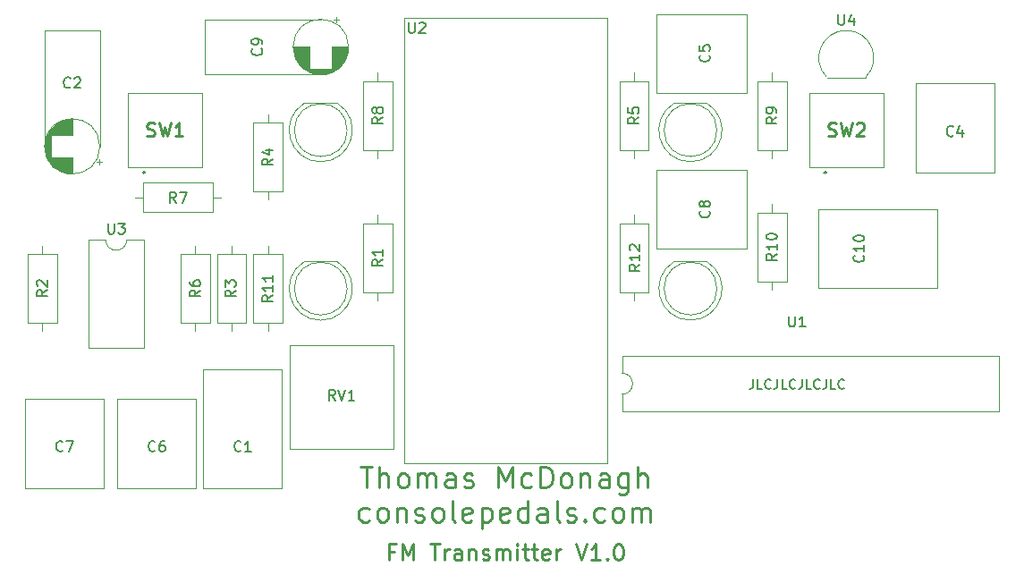
<source format=gbr>
G04 #@! TF.GenerationSoftware,KiCad,Pcbnew,(5.1.7)-1*
G04 #@! TF.CreationDate,2022-01-01T11:30:43-06:00*
G04 #@! TF.ProjectId,FmTransmitterCartridge,466d5472-616e-4736-9d69-747465724361,rev?*
G04 #@! TF.SameCoordinates,Original*
G04 #@! TF.FileFunction,Legend,Top*
G04 #@! TF.FilePolarity,Positive*
%FSLAX46Y46*%
G04 Gerber Fmt 4.6, Leading zero omitted, Abs format (unit mm)*
G04 Created by KiCad (PCBNEW (5.1.7)-1) date 2022-01-01 11:30:43*
%MOMM*%
%LPD*%
G01*
G04 APERTURE LIST*
%ADD10C,0.150000*%
%ADD11C,0.250000*%
%ADD12C,0.120000*%
%ADD13C,0.100000*%
%ADD14C,0.200000*%
%ADD15C,0.254000*%
G04 APERTURE END LIST*
D10*
X156182857Y-104844142D02*
X156182857Y-105487000D01*
X156140000Y-105615571D01*
X156054285Y-105701285D01*
X155925714Y-105744142D01*
X155840000Y-105744142D01*
X157040000Y-105744142D02*
X156611428Y-105744142D01*
X156611428Y-104844142D01*
X157854285Y-105658428D02*
X157811428Y-105701285D01*
X157682857Y-105744142D01*
X157597142Y-105744142D01*
X157468571Y-105701285D01*
X157382857Y-105615571D01*
X157340000Y-105529857D01*
X157297142Y-105358428D01*
X157297142Y-105229857D01*
X157340000Y-105058428D01*
X157382857Y-104972714D01*
X157468571Y-104887000D01*
X157597142Y-104844142D01*
X157682857Y-104844142D01*
X157811428Y-104887000D01*
X157854285Y-104929857D01*
X158497142Y-104844142D02*
X158497142Y-105487000D01*
X158454285Y-105615571D01*
X158368571Y-105701285D01*
X158240000Y-105744142D01*
X158154285Y-105744142D01*
X159354285Y-105744142D02*
X158925714Y-105744142D01*
X158925714Y-104844142D01*
X160168571Y-105658428D02*
X160125714Y-105701285D01*
X159997142Y-105744142D01*
X159911428Y-105744142D01*
X159782857Y-105701285D01*
X159697142Y-105615571D01*
X159654285Y-105529857D01*
X159611428Y-105358428D01*
X159611428Y-105229857D01*
X159654285Y-105058428D01*
X159697142Y-104972714D01*
X159782857Y-104887000D01*
X159911428Y-104844142D01*
X159997142Y-104844142D01*
X160125714Y-104887000D01*
X160168571Y-104929857D01*
X160811428Y-104844142D02*
X160811428Y-105487000D01*
X160768571Y-105615571D01*
X160682857Y-105701285D01*
X160554285Y-105744142D01*
X160468571Y-105744142D01*
X161668571Y-105744142D02*
X161240000Y-105744142D01*
X161240000Y-104844142D01*
X162482857Y-105658428D02*
X162440000Y-105701285D01*
X162311428Y-105744142D01*
X162225714Y-105744142D01*
X162097142Y-105701285D01*
X162011428Y-105615571D01*
X161968571Y-105529857D01*
X161925714Y-105358428D01*
X161925714Y-105229857D01*
X161968571Y-105058428D01*
X162011428Y-104972714D01*
X162097142Y-104887000D01*
X162225714Y-104844142D01*
X162311428Y-104844142D01*
X162440000Y-104887000D01*
X162482857Y-104929857D01*
X163125714Y-104844142D02*
X163125714Y-105487000D01*
X163082857Y-105615571D01*
X162997142Y-105701285D01*
X162868571Y-105744142D01*
X162782857Y-105744142D01*
X163982857Y-105744142D02*
X163554285Y-105744142D01*
X163554285Y-104844142D01*
X164797142Y-105658428D02*
X164754285Y-105701285D01*
X164625714Y-105744142D01*
X164540000Y-105744142D01*
X164411428Y-105701285D01*
X164325714Y-105615571D01*
X164282857Y-105529857D01*
X164240000Y-105358428D01*
X164240000Y-105229857D01*
X164282857Y-105058428D01*
X164325714Y-104972714D01*
X164411428Y-104887000D01*
X164540000Y-104844142D01*
X164625714Y-104844142D01*
X164754285Y-104887000D01*
X164797142Y-104929857D01*
D11*
X122214285Y-121177857D02*
X121714285Y-121177857D01*
X121714285Y-121963571D02*
X121714285Y-120463571D01*
X122428571Y-120463571D01*
X123000000Y-121963571D02*
X123000000Y-120463571D01*
X123500000Y-121535000D01*
X124000000Y-120463571D01*
X124000000Y-121963571D01*
X125642857Y-120463571D02*
X126500000Y-120463571D01*
X126071428Y-121963571D02*
X126071428Y-120463571D01*
X127000000Y-121963571D02*
X127000000Y-120963571D01*
X127000000Y-121249285D02*
X127071428Y-121106428D01*
X127142857Y-121035000D01*
X127285714Y-120963571D01*
X127428571Y-120963571D01*
X128571428Y-121963571D02*
X128571428Y-121177857D01*
X128500000Y-121035000D01*
X128357142Y-120963571D01*
X128071428Y-120963571D01*
X127928571Y-121035000D01*
X128571428Y-121892142D02*
X128428571Y-121963571D01*
X128071428Y-121963571D01*
X127928571Y-121892142D01*
X127857142Y-121749285D01*
X127857142Y-121606428D01*
X127928571Y-121463571D01*
X128071428Y-121392142D01*
X128428571Y-121392142D01*
X128571428Y-121320714D01*
X129285714Y-120963571D02*
X129285714Y-121963571D01*
X129285714Y-121106428D02*
X129357142Y-121035000D01*
X129500000Y-120963571D01*
X129714285Y-120963571D01*
X129857142Y-121035000D01*
X129928571Y-121177857D01*
X129928571Y-121963571D01*
X130571428Y-121892142D02*
X130714285Y-121963571D01*
X131000000Y-121963571D01*
X131142857Y-121892142D01*
X131214285Y-121749285D01*
X131214285Y-121677857D01*
X131142857Y-121535000D01*
X131000000Y-121463571D01*
X130785714Y-121463571D01*
X130642857Y-121392142D01*
X130571428Y-121249285D01*
X130571428Y-121177857D01*
X130642857Y-121035000D01*
X130785714Y-120963571D01*
X131000000Y-120963571D01*
X131142857Y-121035000D01*
X131857142Y-121963571D02*
X131857142Y-120963571D01*
X131857142Y-121106428D02*
X131928571Y-121035000D01*
X132071428Y-120963571D01*
X132285714Y-120963571D01*
X132428571Y-121035000D01*
X132500000Y-121177857D01*
X132500000Y-121963571D01*
X132500000Y-121177857D02*
X132571428Y-121035000D01*
X132714285Y-120963571D01*
X132928571Y-120963571D01*
X133071428Y-121035000D01*
X133142857Y-121177857D01*
X133142857Y-121963571D01*
X133857142Y-121963571D02*
X133857142Y-120963571D01*
X133857142Y-120463571D02*
X133785714Y-120535000D01*
X133857142Y-120606428D01*
X133928571Y-120535000D01*
X133857142Y-120463571D01*
X133857142Y-120606428D01*
X134357142Y-120963571D02*
X134928571Y-120963571D01*
X134571428Y-120463571D02*
X134571428Y-121749285D01*
X134642857Y-121892142D01*
X134785714Y-121963571D01*
X134928571Y-121963571D01*
X135214285Y-120963571D02*
X135785714Y-120963571D01*
X135428571Y-120463571D02*
X135428571Y-121749285D01*
X135500000Y-121892142D01*
X135642857Y-121963571D01*
X135785714Y-121963571D01*
X136857142Y-121892142D02*
X136714285Y-121963571D01*
X136428571Y-121963571D01*
X136285714Y-121892142D01*
X136214285Y-121749285D01*
X136214285Y-121177857D01*
X136285714Y-121035000D01*
X136428571Y-120963571D01*
X136714285Y-120963571D01*
X136857142Y-121035000D01*
X136928571Y-121177857D01*
X136928571Y-121320714D01*
X136214285Y-121463571D01*
X137571428Y-121963571D02*
X137571428Y-120963571D01*
X137571428Y-121249285D02*
X137642857Y-121106428D01*
X137714285Y-121035000D01*
X137857142Y-120963571D01*
X138000000Y-120963571D01*
X139428571Y-120463571D02*
X139928571Y-121963571D01*
X140428571Y-120463571D01*
X141714285Y-121963571D02*
X140857142Y-121963571D01*
X141285714Y-121963571D02*
X141285714Y-120463571D01*
X141142857Y-120677857D01*
X141000000Y-120820714D01*
X140857142Y-120892142D01*
X142357142Y-121820714D02*
X142428571Y-121892142D01*
X142357142Y-121963571D01*
X142285714Y-121892142D01*
X142357142Y-121820714D01*
X142357142Y-121963571D01*
X143357142Y-120463571D02*
X143500000Y-120463571D01*
X143642857Y-120535000D01*
X143714285Y-120606428D01*
X143785714Y-120749285D01*
X143857142Y-121035000D01*
X143857142Y-121392142D01*
X143785714Y-121677857D01*
X143714285Y-121820714D01*
X143642857Y-121892142D01*
X143500000Y-121963571D01*
X143357142Y-121963571D01*
X143214285Y-121892142D01*
X143142857Y-121820714D01*
X143071428Y-121677857D01*
X143000000Y-121392142D01*
X143000000Y-121035000D01*
X143071428Y-120749285D01*
X143142857Y-120606428D01*
X143214285Y-120535000D01*
X143357142Y-120463571D01*
X119000714Y-113103761D02*
X120143571Y-113103761D01*
X119572142Y-115103761D02*
X119572142Y-113103761D01*
X120810238Y-115103761D02*
X120810238Y-113103761D01*
X121667380Y-115103761D02*
X121667380Y-114056142D01*
X121572142Y-113865666D01*
X121381666Y-113770428D01*
X121095952Y-113770428D01*
X120905476Y-113865666D01*
X120810238Y-113960904D01*
X122905476Y-115103761D02*
X122715000Y-115008523D01*
X122619761Y-114913285D01*
X122524523Y-114722809D01*
X122524523Y-114151380D01*
X122619761Y-113960904D01*
X122715000Y-113865666D01*
X122905476Y-113770428D01*
X123191190Y-113770428D01*
X123381666Y-113865666D01*
X123476904Y-113960904D01*
X123572142Y-114151380D01*
X123572142Y-114722809D01*
X123476904Y-114913285D01*
X123381666Y-115008523D01*
X123191190Y-115103761D01*
X122905476Y-115103761D01*
X124429285Y-115103761D02*
X124429285Y-113770428D01*
X124429285Y-113960904D02*
X124524523Y-113865666D01*
X124715000Y-113770428D01*
X125000714Y-113770428D01*
X125191190Y-113865666D01*
X125286428Y-114056142D01*
X125286428Y-115103761D01*
X125286428Y-114056142D02*
X125381666Y-113865666D01*
X125572142Y-113770428D01*
X125857857Y-113770428D01*
X126048333Y-113865666D01*
X126143571Y-114056142D01*
X126143571Y-115103761D01*
X127953095Y-115103761D02*
X127953095Y-114056142D01*
X127857857Y-113865666D01*
X127667380Y-113770428D01*
X127286428Y-113770428D01*
X127095952Y-113865666D01*
X127953095Y-115008523D02*
X127762619Y-115103761D01*
X127286428Y-115103761D01*
X127095952Y-115008523D01*
X127000714Y-114818047D01*
X127000714Y-114627571D01*
X127095952Y-114437095D01*
X127286428Y-114341857D01*
X127762619Y-114341857D01*
X127953095Y-114246619D01*
X128810238Y-115008523D02*
X129000714Y-115103761D01*
X129381666Y-115103761D01*
X129572142Y-115008523D01*
X129667380Y-114818047D01*
X129667380Y-114722809D01*
X129572142Y-114532333D01*
X129381666Y-114437095D01*
X129095952Y-114437095D01*
X128905476Y-114341857D01*
X128810238Y-114151380D01*
X128810238Y-114056142D01*
X128905476Y-113865666D01*
X129095952Y-113770428D01*
X129381666Y-113770428D01*
X129572142Y-113865666D01*
X132048333Y-115103761D02*
X132048333Y-113103761D01*
X132715000Y-114532333D01*
X133381666Y-113103761D01*
X133381666Y-115103761D01*
X135191190Y-115008523D02*
X135000714Y-115103761D01*
X134619761Y-115103761D01*
X134429285Y-115008523D01*
X134334047Y-114913285D01*
X134238809Y-114722809D01*
X134238809Y-114151380D01*
X134334047Y-113960904D01*
X134429285Y-113865666D01*
X134619761Y-113770428D01*
X135000714Y-113770428D01*
X135191190Y-113865666D01*
X136048333Y-115103761D02*
X136048333Y-113103761D01*
X136524523Y-113103761D01*
X136810238Y-113199000D01*
X137000714Y-113389476D01*
X137095952Y-113579952D01*
X137191190Y-113960904D01*
X137191190Y-114246619D01*
X137095952Y-114627571D01*
X137000714Y-114818047D01*
X136810238Y-115008523D01*
X136524523Y-115103761D01*
X136048333Y-115103761D01*
X138334047Y-115103761D02*
X138143571Y-115008523D01*
X138048333Y-114913285D01*
X137953095Y-114722809D01*
X137953095Y-114151380D01*
X138048333Y-113960904D01*
X138143571Y-113865666D01*
X138334047Y-113770428D01*
X138619761Y-113770428D01*
X138810238Y-113865666D01*
X138905476Y-113960904D01*
X139000714Y-114151380D01*
X139000714Y-114722809D01*
X138905476Y-114913285D01*
X138810238Y-115008523D01*
X138619761Y-115103761D01*
X138334047Y-115103761D01*
X139857857Y-113770428D02*
X139857857Y-115103761D01*
X139857857Y-113960904D02*
X139953095Y-113865666D01*
X140143571Y-113770428D01*
X140429285Y-113770428D01*
X140619761Y-113865666D01*
X140715000Y-114056142D01*
X140715000Y-115103761D01*
X142524523Y-115103761D02*
X142524523Y-114056142D01*
X142429285Y-113865666D01*
X142238809Y-113770428D01*
X141857857Y-113770428D01*
X141667380Y-113865666D01*
X142524523Y-115008523D02*
X142334047Y-115103761D01*
X141857857Y-115103761D01*
X141667380Y-115008523D01*
X141572142Y-114818047D01*
X141572142Y-114627571D01*
X141667380Y-114437095D01*
X141857857Y-114341857D01*
X142334047Y-114341857D01*
X142524523Y-114246619D01*
X144334047Y-113770428D02*
X144334047Y-115389476D01*
X144238809Y-115579952D01*
X144143571Y-115675190D01*
X143953095Y-115770428D01*
X143667380Y-115770428D01*
X143476904Y-115675190D01*
X144334047Y-115008523D02*
X144143571Y-115103761D01*
X143762619Y-115103761D01*
X143572142Y-115008523D01*
X143476904Y-114913285D01*
X143381666Y-114722809D01*
X143381666Y-114151380D01*
X143476904Y-113960904D01*
X143572142Y-113865666D01*
X143762619Y-113770428D01*
X144143571Y-113770428D01*
X144334047Y-113865666D01*
X145286428Y-115103761D02*
X145286428Y-113103761D01*
X146143571Y-115103761D02*
X146143571Y-114056142D01*
X146048333Y-113865666D01*
X145857857Y-113770428D01*
X145572142Y-113770428D01*
X145381666Y-113865666D01*
X145286428Y-113960904D01*
X119810238Y-118258523D02*
X119619761Y-118353761D01*
X119238809Y-118353761D01*
X119048333Y-118258523D01*
X118953095Y-118163285D01*
X118857857Y-117972809D01*
X118857857Y-117401380D01*
X118953095Y-117210904D01*
X119048333Y-117115666D01*
X119238809Y-117020428D01*
X119619761Y-117020428D01*
X119810238Y-117115666D01*
X120953095Y-118353761D02*
X120762619Y-118258523D01*
X120667380Y-118163285D01*
X120572142Y-117972809D01*
X120572142Y-117401380D01*
X120667380Y-117210904D01*
X120762619Y-117115666D01*
X120953095Y-117020428D01*
X121238809Y-117020428D01*
X121429285Y-117115666D01*
X121524523Y-117210904D01*
X121619761Y-117401380D01*
X121619761Y-117972809D01*
X121524523Y-118163285D01*
X121429285Y-118258523D01*
X121238809Y-118353761D01*
X120953095Y-118353761D01*
X122476904Y-117020428D02*
X122476904Y-118353761D01*
X122476904Y-117210904D02*
X122572142Y-117115666D01*
X122762619Y-117020428D01*
X123048333Y-117020428D01*
X123238809Y-117115666D01*
X123334047Y-117306142D01*
X123334047Y-118353761D01*
X124191190Y-118258523D02*
X124381666Y-118353761D01*
X124762619Y-118353761D01*
X124953095Y-118258523D01*
X125048333Y-118068047D01*
X125048333Y-117972809D01*
X124953095Y-117782333D01*
X124762619Y-117687095D01*
X124476904Y-117687095D01*
X124286428Y-117591857D01*
X124191190Y-117401380D01*
X124191190Y-117306142D01*
X124286428Y-117115666D01*
X124476904Y-117020428D01*
X124762619Y-117020428D01*
X124953095Y-117115666D01*
X126191190Y-118353761D02*
X126000714Y-118258523D01*
X125905476Y-118163285D01*
X125810238Y-117972809D01*
X125810238Y-117401380D01*
X125905476Y-117210904D01*
X126000714Y-117115666D01*
X126191190Y-117020428D01*
X126476904Y-117020428D01*
X126667380Y-117115666D01*
X126762619Y-117210904D01*
X126857857Y-117401380D01*
X126857857Y-117972809D01*
X126762619Y-118163285D01*
X126667380Y-118258523D01*
X126476904Y-118353761D01*
X126191190Y-118353761D01*
X128000714Y-118353761D02*
X127810238Y-118258523D01*
X127715000Y-118068047D01*
X127715000Y-116353761D01*
X129524523Y-118258523D02*
X129334047Y-118353761D01*
X128953095Y-118353761D01*
X128762619Y-118258523D01*
X128667380Y-118068047D01*
X128667380Y-117306142D01*
X128762619Y-117115666D01*
X128953095Y-117020428D01*
X129334047Y-117020428D01*
X129524523Y-117115666D01*
X129619761Y-117306142D01*
X129619761Y-117496619D01*
X128667380Y-117687095D01*
X130476904Y-117020428D02*
X130476904Y-119020428D01*
X130476904Y-117115666D02*
X130667380Y-117020428D01*
X131048333Y-117020428D01*
X131238809Y-117115666D01*
X131334047Y-117210904D01*
X131429285Y-117401380D01*
X131429285Y-117972809D01*
X131334047Y-118163285D01*
X131238809Y-118258523D01*
X131048333Y-118353761D01*
X130667380Y-118353761D01*
X130476904Y-118258523D01*
X133048333Y-118258523D02*
X132857857Y-118353761D01*
X132476904Y-118353761D01*
X132286428Y-118258523D01*
X132191190Y-118068047D01*
X132191190Y-117306142D01*
X132286428Y-117115666D01*
X132476904Y-117020428D01*
X132857857Y-117020428D01*
X133048333Y-117115666D01*
X133143571Y-117306142D01*
X133143571Y-117496619D01*
X132191190Y-117687095D01*
X134857857Y-118353761D02*
X134857857Y-116353761D01*
X134857857Y-118258523D02*
X134667380Y-118353761D01*
X134286428Y-118353761D01*
X134095952Y-118258523D01*
X134000714Y-118163285D01*
X133905476Y-117972809D01*
X133905476Y-117401380D01*
X134000714Y-117210904D01*
X134095952Y-117115666D01*
X134286428Y-117020428D01*
X134667380Y-117020428D01*
X134857857Y-117115666D01*
X136667380Y-118353761D02*
X136667380Y-117306142D01*
X136572142Y-117115666D01*
X136381666Y-117020428D01*
X136000714Y-117020428D01*
X135810238Y-117115666D01*
X136667380Y-118258523D02*
X136476904Y-118353761D01*
X136000714Y-118353761D01*
X135810238Y-118258523D01*
X135715000Y-118068047D01*
X135715000Y-117877571D01*
X135810238Y-117687095D01*
X136000714Y-117591857D01*
X136476904Y-117591857D01*
X136667380Y-117496619D01*
X137905476Y-118353761D02*
X137715000Y-118258523D01*
X137619761Y-118068047D01*
X137619761Y-116353761D01*
X138572142Y-118258523D02*
X138762619Y-118353761D01*
X139143571Y-118353761D01*
X139334047Y-118258523D01*
X139429285Y-118068047D01*
X139429285Y-117972809D01*
X139334047Y-117782333D01*
X139143571Y-117687095D01*
X138857857Y-117687095D01*
X138667380Y-117591857D01*
X138572142Y-117401380D01*
X138572142Y-117306142D01*
X138667380Y-117115666D01*
X138857857Y-117020428D01*
X139143571Y-117020428D01*
X139334047Y-117115666D01*
X140286428Y-118163285D02*
X140381666Y-118258523D01*
X140286428Y-118353761D01*
X140191190Y-118258523D01*
X140286428Y-118163285D01*
X140286428Y-118353761D01*
X142095952Y-118258523D02*
X141905476Y-118353761D01*
X141524523Y-118353761D01*
X141334047Y-118258523D01*
X141238809Y-118163285D01*
X141143571Y-117972809D01*
X141143571Y-117401380D01*
X141238809Y-117210904D01*
X141334047Y-117115666D01*
X141524523Y-117020428D01*
X141905476Y-117020428D01*
X142095952Y-117115666D01*
X143238809Y-118353761D02*
X143048333Y-118258523D01*
X142953095Y-118163285D01*
X142857857Y-117972809D01*
X142857857Y-117401380D01*
X142953095Y-117210904D01*
X143048333Y-117115666D01*
X143238809Y-117020428D01*
X143524523Y-117020428D01*
X143715000Y-117115666D01*
X143810238Y-117210904D01*
X143905476Y-117401380D01*
X143905476Y-117972809D01*
X143810238Y-118163285D01*
X143715000Y-118258523D01*
X143524523Y-118353761D01*
X143238809Y-118353761D01*
X144762619Y-118353761D02*
X144762619Y-117020428D01*
X144762619Y-117210904D02*
X144857857Y-117115666D01*
X145048333Y-117020428D01*
X145334047Y-117020428D01*
X145524523Y-117115666D01*
X145619761Y-117306142D01*
X145619761Y-118353761D01*
X145619761Y-117306142D02*
X145715000Y-117115666D01*
X145905476Y-117020428D01*
X146191190Y-117020428D01*
X146381666Y-117115666D01*
X146476904Y-117306142D01*
X146476904Y-118353761D01*
D12*
G04 #@! TO.C,C8*
X155548000Y-85030000D02*
X155548000Y-92470000D01*
X147058000Y-85030000D02*
X147058000Y-92470000D01*
X155548000Y-85030000D02*
X147058000Y-85030000D01*
X155548000Y-92470000D02*
X147058000Y-92470000D01*
G04 #@! TO.C,R11*
X110250000Y-92226000D02*
X110250000Y-92996000D01*
X110250000Y-100306000D02*
X110250000Y-99536000D01*
X108880000Y-92996000D02*
X108880000Y-99536000D01*
X111620000Y-92996000D02*
X108880000Y-92996000D01*
X111620000Y-99536000D02*
X111620000Y-92996000D01*
X108880000Y-99536000D02*
X111620000Y-99536000D01*
G04 #@! TO.C,D4*
X116795000Y-93710000D02*
X113705000Y-93710000D01*
X117750000Y-96270000D02*
G75*
G03*
X117750000Y-96270000I-2500000J0D01*
G01*
X115249538Y-99260000D02*
G75*
G03*
X116794830Y-93710000I462J2990000D01*
G01*
X115250462Y-99260000D02*
G75*
G02*
X113705170Y-93710000I-462J2990000D01*
G01*
G04 #@! TO.C,D5*
X152750000Y-96270000D02*
G75*
G03*
X152750000Y-96270000I-2500000J0D01*
G01*
X151795000Y-93710000D02*
X148705000Y-93710000D01*
X150250462Y-99260000D02*
G75*
G02*
X148705170Y-93710000I-462J2990000D01*
G01*
X150249538Y-99260000D02*
G75*
G03*
X151794830Y-93710000I462J2990000D01*
G01*
G04 #@! TO.C,C4*
X179020000Y-85317000D02*
X171580000Y-85317000D01*
X179020000Y-76827000D02*
X171580000Y-76827000D01*
X179020000Y-85317000D02*
X179020000Y-76827000D01*
X171580000Y-85317000D02*
X171580000Y-76827000D01*
G04 #@! TO.C,C5*
X155548000Y-77721000D02*
X147058000Y-77721000D01*
X155548000Y-70281000D02*
X147058000Y-70281000D01*
X147058000Y-70281000D02*
X147058000Y-77721000D01*
X155548000Y-70281000D02*
X155548000Y-77721000D01*
G04 #@! TO.C,D1*
X117750000Y-81270000D02*
G75*
G03*
X117750000Y-81270000I-2500000J0D01*
G01*
X116795000Y-78710000D02*
X113705000Y-78710000D01*
X115250462Y-84260000D02*
G75*
G02*
X113705170Y-78710000I-462J2990000D01*
G01*
X115249538Y-84260000D02*
G75*
G03*
X116794830Y-78710000I462J2990000D01*
G01*
G04 #@! TO.C,D2*
X151795000Y-78710000D02*
X148705000Y-78710000D01*
X152750000Y-81270000D02*
G75*
G03*
X152750000Y-81270000I-2500000J0D01*
G01*
X150249538Y-84260000D02*
G75*
G03*
X151794830Y-78710000I462J2990000D01*
G01*
X150250462Y-84260000D02*
G75*
G02*
X148705170Y-78710000I-462J2990000D01*
G01*
G04 #@! TO.C,R4*
X108880000Y-87090000D02*
X111620000Y-87090000D01*
X111620000Y-87090000D02*
X111620000Y-80550000D01*
X111620000Y-80550000D02*
X108880000Y-80550000D01*
X108880000Y-80550000D02*
X108880000Y-87090000D01*
X110250000Y-87860000D02*
X110250000Y-87090000D01*
X110250000Y-79780000D02*
X110250000Y-80550000D01*
G04 #@! TO.C,R5*
X144907000Y-75843000D02*
X144907000Y-76613000D01*
X144907000Y-83923000D02*
X144907000Y-83153000D01*
X143537000Y-76613000D02*
X143537000Y-83153000D01*
X146277000Y-76613000D02*
X143537000Y-76613000D01*
X146277000Y-83153000D02*
X146277000Y-76613000D01*
X143537000Y-83153000D02*
X146277000Y-83153000D01*
G04 #@! TO.C,R12*
X144907000Y-97385000D02*
X144907000Y-96615000D01*
X144907000Y-89305000D02*
X144907000Y-90075000D01*
X146277000Y-96615000D02*
X146277000Y-90075000D01*
X143537000Y-96615000D02*
X146277000Y-96615000D01*
X143537000Y-90075000D02*
X143537000Y-96615000D01*
X146277000Y-90075000D02*
X143537000Y-90075000D01*
G04 #@! TO.C,C1*
X104143000Y-115162000D02*
X104143000Y-103872000D01*
X111583000Y-115162000D02*
X111583000Y-103872000D01*
X111583000Y-103872000D02*
X104143000Y-103872000D01*
X111583000Y-115162000D02*
X104143000Y-115162000D01*
D13*
G04 #@! TO.C,SW1*
X97000000Y-77770000D02*
X104000000Y-77770000D01*
X104000000Y-77770000D02*
X104000000Y-84770000D01*
X104000000Y-84770000D02*
X97000000Y-84770000D01*
X97000000Y-84770000D02*
X97000000Y-77770000D01*
D14*
X98400000Y-85270000D02*
X98400000Y-85270000D01*
X98600000Y-85270000D02*
X98600000Y-85270000D01*
X98400000Y-85270000D02*
G75*
G03*
X98600000Y-85270000I100000J0D01*
G01*
X98600000Y-85270000D02*
G75*
G03*
X98400000Y-85270000I-100000J0D01*
G01*
G04 #@! TO.C,SW2*
X163100000Y-85270000D02*
X163100000Y-85270000D01*
X162900000Y-85270000D02*
X162900000Y-85270000D01*
D13*
X161500000Y-84770000D02*
X161500000Y-77770000D01*
X168500000Y-84770000D02*
X161500000Y-84770000D01*
X168500000Y-77770000D02*
X168500000Y-84770000D01*
X161500000Y-77770000D02*
X168500000Y-77770000D01*
D14*
X163100000Y-85270000D02*
G75*
G03*
X162900000Y-85270000I-100000J0D01*
G01*
X162900000Y-85270000D02*
G75*
G03*
X163100000Y-85270000I100000J0D01*
G01*
D12*
G04 #@! TO.C,U1*
X143770000Y-102627000D02*
X143770000Y-104277000D01*
X179450000Y-102627000D02*
X143770000Y-102627000D01*
X179450000Y-107927000D02*
X179450000Y-102627000D01*
X143770000Y-107927000D02*
X179450000Y-107927000D01*
X143770000Y-106277000D02*
X143770000Y-107927000D01*
X143770000Y-104277000D02*
G75*
G02*
X143770000Y-106277000I0J-1000000D01*
G01*
G04 #@! TO.C,C2*
X94330000Y-71804000D02*
X89090000Y-71804000D01*
X94330000Y-82804000D02*
X94330000Y-71804000D01*
X89090000Y-82804000D02*
X89090000Y-71804000D01*
X94330000Y-82804000D02*
G75*
G03*
X94330000Y-82804000I-2620000J0D01*
G01*
X91710000Y-81764000D02*
X91710000Y-80224000D01*
X91710000Y-85384000D02*
X91710000Y-83844000D01*
X91670000Y-81764000D02*
X91670000Y-80224000D01*
X91670000Y-85384000D02*
X91670000Y-83844000D01*
X91630000Y-85383000D02*
X91630000Y-83844000D01*
X91630000Y-81764000D02*
X91630000Y-80225000D01*
X91590000Y-85382000D02*
X91590000Y-83844000D01*
X91590000Y-81764000D02*
X91590000Y-80226000D01*
X91550000Y-85380000D02*
X91550000Y-83844000D01*
X91550000Y-81764000D02*
X91550000Y-80228000D01*
X91510000Y-85377000D02*
X91510000Y-83844000D01*
X91510000Y-81764000D02*
X91510000Y-80231000D01*
X91470000Y-85373000D02*
X91470000Y-83844000D01*
X91470000Y-81764000D02*
X91470000Y-80235000D01*
X91430000Y-85369000D02*
X91430000Y-83844000D01*
X91430000Y-81764000D02*
X91430000Y-80239000D01*
X91390000Y-85365000D02*
X91390000Y-83844000D01*
X91390000Y-81764000D02*
X91390000Y-80243000D01*
X91350000Y-85360000D02*
X91350000Y-83844000D01*
X91350000Y-81764000D02*
X91350000Y-80248000D01*
X91310000Y-85354000D02*
X91310000Y-83844000D01*
X91310000Y-81764000D02*
X91310000Y-80254000D01*
X91270000Y-85347000D02*
X91270000Y-83844000D01*
X91270000Y-81764000D02*
X91270000Y-80261000D01*
X91230000Y-85340000D02*
X91230000Y-83844000D01*
X91230000Y-81764000D02*
X91230000Y-80268000D01*
X91190000Y-85332000D02*
X91190000Y-83844000D01*
X91190000Y-81764000D02*
X91190000Y-80276000D01*
X91150000Y-85324000D02*
X91150000Y-83844000D01*
X91150000Y-81764000D02*
X91150000Y-80284000D01*
X91110000Y-85315000D02*
X91110000Y-83844000D01*
X91110000Y-81764000D02*
X91110000Y-80293000D01*
X91070000Y-85305000D02*
X91070000Y-83844000D01*
X91070000Y-81764000D02*
X91070000Y-80303000D01*
X91030000Y-85295000D02*
X91030000Y-83844000D01*
X91030000Y-81764000D02*
X91030000Y-80313000D01*
X90989000Y-85284000D02*
X90989000Y-83844000D01*
X90989000Y-81764000D02*
X90989000Y-80324000D01*
X90949000Y-85272000D02*
X90949000Y-83844000D01*
X90949000Y-81764000D02*
X90949000Y-80336000D01*
X90909000Y-85259000D02*
X90909000Y-83844000D01*
X90909000Y-81764000D02*
X90909000Y-80349000D01*
X90869000Y-85246000D02*
X90869000Y-83844000D01*
X90869000Y-81764000D02*
X90869000Y-80362000D01*
X90829000Y-85232000D02*
X90829000Y-83844000D01*
X90829000Y-81764000D02*
X90829000Y-80376000D01*
X90789000Y-85218000D02*
X90789000Y-83844000D01*
X90789000Y-81764000D02*
X90789000Y-80390000D01*
X90749000Y-85202000D02*
X90749000Y-83844000D01*
X90749000Y-81764000D02*
X90749000Y-80406000D01*
X90709000Y-85186000D02*
X90709000Y-83844000D01*
X90709000Y-81764000D02*
X90709000Y-80422000D01*
X90669000Y-85169000D02*
X90669000Y-83844000D01*
X90669000Y-81764000D02*
X90669000Y-80439000D01*
X90629000Y-85152000D02*
X90629000Y-83844000D01*
X90629000Y-81764000D02*
X90629000Y-80456000D01*
X90589000Y-85133000D02*
X90589000Y-83844000D01*
X90589000Y-81764000D02*
X90589000Y-80475000D01*
X90549000Y-85114000D02*
X90549000Y-83844000D01*
X90549000Y-81764000D02*
X90549000Y-80494000D01*
X90509000Y-85094000D02*
X90509000Y-83844000D01*
X90509000Y-81764000D02*
X90509000Y-80514000D01*
X90469000Y-85072000D02*
X90469000Y-83844000D01*
X90469000Y-81764000D02*
X90469000Y-80536000D01*
X90429000Y-85051000D02*
X90429000Y-83844000D01*
X90429000Y-81764000D02*
X90429000Y-80557000D01*
X90389000Y-85028000D02*
X90389000Y-83844000D01*
X90389000Y-81764000D02*
X90389000Y-80580000D01*
X90349000Y-85004000D02*
X90349000Y-83844000D01*
X90349000Y-81764000D02*
X90349000Y-80604000D01*
X90309000Y-84979000D02*
X90309000Y-83844000D01*
X90309000Y-81764000D02*
X90309000Y-80629000D01*
X90269000Y-84953000D02*
X90269000Y-83844000D01*
X90269000Y-81764000D02*
X90269000Y-80655000D01*
X90229000Y-84926000D02*
X90229000Y-83844000D01*
X90229000Y-81764000D02*
X90229000Y-80682000D01*
X90189000Y-84899000D02*
X90189000Y-83844000D01*
X90189000Y-81764000D02*
X90189000Y-80709000D01*
X90149000Y-84869000D02*
X90149000Y-83844000D01*
X90149000Y-81764000D02*
X90149000Y-80739000D01*
X90109000Y-84839000D02*
X90109000Y-83844000D01*
X90109000Y-81764000D02*
X90109000Y-80769000D01*
X90069000Y-84808000D02*
X90069000Y-83844000D01*
X90069000Y-81764000D02*
X90069000Y-80800000D01*
X90029000Y-84775000D02*
X90029000Y-83844000D01*
X90029000Y-81764000D02*
X90029000Y-80833000D01*
X89989000Y-84741000D02*
X89989000Y-83844000D01*
X89989000Y-81764000D02*
X89989000Y-80867000D01*
X89949000Y-84705000D02*
X89949000Y-83844000D01*
X89949000Y-81764000D02*
X89949000Y-80903000D01*
X89909000Y-84668000D02*
X89909000Y-83844000D01*
X89909000Y-81764000D02*
X89909000Y-80940000D01*
X89869000Y-84630000D02*
X89869000Y-83844000D01*
X89869000Y-81764000D02*
X89869000Y-80978000D01*
X89829000Y-84589000D02*
X89829000Y-83844000D01*
X89829000Y-81764000D02*
X89829000Y-81019000D01*
X89789000Y-84547000D02*
X89789000Y-83844000D01*
X89789000Y-81764000D02*
X89789000Y-81061000D01*
X89749000Y-84503000D02*
X89749000Y-83844000D01*
X89749000Y-81764000D02*
X89749000Y-81105000D01*
X89709000Y-84457000D02*
X89709000Y-83844000D01*
X89709000Y-81764000D02*
X89709000Y-81151000D01*
X89669000Y-84409000D02*
X89669000Y-81199000D01*
X89629000Y-84358000D02*
X89629000Y-81250000D01*
X89589000Y-84304000D02*
X89589000Y-81304000D01*
X89549000Y-84247000D02*
X89549000Y-81361000D01*
X89509000Y-84187000D02*
X89509000Y-81421000D01*
X89469000Y-84123000D02*
X89469000Y-81485000D01*
X89429000Y-84055000D02*
X89429000Y-81553000D01*
X89389000Y-83982000D02*
X89389000Y-81626000D01*
X89349000Y-83902000D02*
X89349000Y-81706000D01*
X89309000Y-83815000D02*
X89309000Y-81793000D01*
X89269000Y-83719000D02*
X89269000Y-81889000D01*
X89229000Y-83609000D02*
X89229000Y-81999000D01*
X89189000Y-83481000D02*
X89189000Y-82127000D01*
X89149000Y-83322000D02*
X89149000Y-82286000D01*
X89109000Y-83088000D02*
X89109000Y-82520000D01*
X94514775Y-84279000D02*
X94014775Y-84279000D01*
X94264775Y-84529000D02*
X94264775Y-84029000D01*
G04 #@! TO.C,C6*
X103455000Y-115162000D02*
X96015000Y-115162000D01*
X103455000Y-106672000D02*
X96015000Y-106672000D01*
X103455000Y-115162000D02*
X103455000Y-106672000D01*
X96015000Y-115162000D02*
X96015000Y-106672000D01*
G04 #@! TO.C,C7*
X87252000Y-115162000D02*
X87252000Y-106672000D01*
X94692000Y-115162000D02*
X94692000Y-106672000D01*
X94692000Y-106672000D02*
X87252000Y-106672000D01*
X94692000Y-115162000D02*
X87252000Y-115162000D01*
G04 #@! TO.C,C9*
X116975000Y-70835225D02*
X116475000Y-70835225D01*
X116725000Y-70585225D02*
X116725000Y-71085225D01*
X115534000Y-75991000D02*
X114966000Y-75991000D01*
X115768000Y-75951000D02*
X114732000Y-75951000D01*
X115927000Y-75911000D02*
X114573000Y-75911000D01*
X116055000Y-75871000D02*
X114445000Y-75871000D01*
X116165000Y-75831000D02*
X114335000Y-75831000D01*
X116261000Y-75791000D02*
X114239000Y-75791000D01*
X116348000Y-75751000D02*
X114152000Y-75751000D01*
X116428000Y-75711000D02*
X114072000Y-75711000D01*
X116501000Y-75671000D02*
X113999000Y-75671000D01*
X116569000Y-75631000D02*
X113931000Y-75631000D01*
X116633000Y-75591000D02*
X113867000Y-75591000D01*
X116693000Y-75551000D02*
X113807000Y-75551000D01*
X116750000Y-75511000D02*
X113750000Y-75511000D01*
X116804000Y-75471000D02*
X113696000Y-75471000D01*
X116855000Y-75431000D02*
X113645000Y-75431000D01*
X114210000Y-75391000D02*
X113597000Y-75391000D01*
X116903000Y-75391000D02*
X116290000Y-75391000D01*
X114210000Y-75351000D02*
X113551000Y-75351000D01*
X116949000Y-75351000D02*
X116290000Y-75351000D01*
X114210000Y-75311000D02*
X113507000Y-75311000D01*
X116993000Y-75311000D02*
X116290000Y-75311000D01*
X114210000Y-75271000D02*
X113465000Y-75271000D01*
X117035000Y-75271000D02*
X116290000Y-75271000D01*
X114210000Y-75231000D02*
X113424000Y-75231000D01*
X117076000Y-75231000D02*
X116290000Y-75231000D01*
X114210000Y-75191000D02*
X113386000Y-75191000D01*
X117114000Y-75191000D02*
X116290000Y-75191000D01*
X114210000Y-75151000D02*
X113349000Y-75151000D01*
X117151000Y-75151000D02*
X116290000Y-75151000D01*
X114210000Y-75111000D02*
X113313000Y-75111000D01*
X117187000Y-75111000D02*
X116290000Y-75111000D01*
X114210000Y-75071000D02*
X113279000Y-75071000D01*
X117221000Y-75071000D02*
X116290000Y-75071000D01*
X114210000Y-75031000D02*
X113246000Y-75031000D01*
X117254000Y-75031000D02*
X116290000Y-75031000D01*
X114210000Y-74991000D02*
X113215000Y-74991000D01*
X117285000Y-74991000D02*
X116290000Y-74991000D01*
X114210000Y-74951000D02*
X113185000Y-74951000D01*
X117315000Y-74951000D02*
X116290000Y-74951000D01*
X114210000Y-74911000D02*
X113155000Y-74911000D01*
X117345000Y-74911000D02*
X116290000Y-74911000D01*
X114210000Y-74871000D02*
X113128000Y-74871000D01*
X117372000Y-74871000D02*
X116290000Y-74871000D01*
X114210000Y-74831000D02*
X113101000Y-74831000D01*
X117399000Y-74831000D02*
X116290000Y-74831000D01*
X114210000Y-74791000D02*
X113075000Y-74791000D01*
X117425000Y-74791000D02*
X116290000Y-74791000D01*
X114210000Y-74751000D02*
X113050000Y-74751000D01*
X117450000Y-74751000D02*
X116290000Y-74751000D01*
X114210000Y-74711000D02*
X113026000Y-74711000D01*
X117474000Y-74711000D02*
X116290000Y-74711000D01*
X114210000Y-74671000D02*
X113003000Y-74671000D01*
X117497000Y-74671000D02*
X116290000Y-74671000D01*
X114210000Y-74631000D02*
X112982000Y-74631000D01*
X117518000Y-74631000D02*
X116290000Y-74631000D01*
X114210000Y-74591000D02*
X112960000Y-74591000D01*
X117540000Y-74591000D02*
X116290000Y-74591000D01*
X114210000Y-74551000D02*
X112940000Y-74551000D01*
X117560000Y-74551000D02*
X116290000Y-74551000D01*
X114210000Y-74511000D02*
X112921000Y-74511000D01*
X117579000Y-74511000D02*
X116290000Y-74511000D01*
X114210000Y-74471000D02*
X112902000Y-74471000D01*
X117598000Y-74471000D02*
X116290000Y-74471000D01*
X114210000Y-74431000D02*
X112885000Y-74431000D01*
X117615000Y-74431000D02*
X116290000Y-74431000D01*
X114210000Y-74391000D02*
X112868000Y-74391000D01*
X117632000Y-74391000D02*
X116290000Y-74391000D01*
X114210000Y-74351000D02*
X112852000Y-74351000D01*
X117648000Y-74351000D02*
X116290000Y-74351000D01*
X114210000Y-74311000D02*
X112836000Y-74311000D01*
X117664000Y-74311000D02*
X116290000Y-74311000D01*
X114210000Y-74271000D02*
X112822000Y-74271000D01*
X117678000Y-74271000D02*
X116290000Y-74271000D01*
X114210000Y-74231000D02*
X112808000Y-74231000D01*
X117692000Y-74231000D02*
X116290000Y-74231000D01*
X114210000Y-74191000D02*
X112795000Y-74191000D01*
X117705000Y-74191000D02*
X116290000Y-74191000D01*
X114210000Y-74151000D02*
X112782000Y-74151000D01*
X117718000Y-74151000D02*
X116290000Y-74151000D01*
X114210000Y-74111000D02*
X112770000Y-74111000D01*
X117730000Y-74111000D02*
X116290000Y-74111000D01*
X114210000Y-74070000D02*
X112759000Y-74070000D01*
X117741000Y-74070000D02*
X116290000Y-74070000D01*
X114210000Y-74030000D02*
X112749000Y-74030000D01*
X117751000Y-74030000D02*
X116290000Y-74030000D01*
X114210000Y-73990000D02*
X112739000Y-73990000D01*
X117761000Y-73990000D02*
X116290000Y-73990000D01*
X114210000Y-73950000D02*
X112730000Y-73950000D01*
X117770000Y-73950000D02*
X116290000Y-73950000D01*
X114210000Y-73910000D02*
X112722000Y-73910000D01*
X117778000Y-73910000D02*
X116290000Y-73910000D01*
X114210000Y-73870000D02*
X112714000Y-73870000D01*
X117786000Y-73870000D02*
X116290000Y-73870000D01*
X114210000Y-73830000D02*
X112707000Y-73830000D01*
X117793000Y-73830000D02*
X116290000Y-73830000D01*
X114210000Y-73790000D02*
X112700000Y-73790000D01*
X117800000Y-73790000D02*
X116290000Y-73790000D01*
X114210000Y-73750000D02*
X112694000Y-73750000D01*
X117806000Y-73750000D02*
X116290000Y-73750000D01*
X114210000Y-73710000D02*
X112689000Y-73710000D01*
X117811000Y-73710000D02*
X116290000Y-73710000D01*
X114210000Y-73670000D02*
X112685000Y-73670000D01*
X117815000Y-73670000D02*
X116290000Y-73670000D01*
X114210000Y-73630000D02*
X112681000Y-73630000D01*
X117819000Y-73630000D02*
X116290000Y-73630000D01*
X114210000Y-73590000D02*
X112677000Y-73590000D01*
X117823000Y-73590000D02*
X116290000Y-73590000D01*
X114210000Y-73550000D02*
X112674000Y-73550000D01*
X117826000Y-73550000D02*
X116290000Y-73550000D01*
X114210000Y-73510000D02*
X112672000Y-73510000D01*
X117828000Y-73510000D02*
X116290000Y-73510000D01*
X114210000Y-73470000D02*
X112671000Y-73470000D01*
X117829000Y-73470000D02*
X116290000Y-73470000D01*
X117830000Y-73430000D02*
X116290000Y-73430000D01*
X114210000Y-73430000D02*
X112670000Y-73430000D01*
X117830000Y-73390000D02*
X116290000Y-73390000D01*
X114210000Y-73390000D02*
X112670000Y-73390000D01*
X117870000Y-73390000D02*
G75*
G03*
X117870000Y-73390000I-2620000J0D01*
G01*
X115250000Y-76010000D02*
X104250000Y-76010000D01*
X115250000Y-70770000D02*
X104250000Y-70770000D01*
X104250000Y-70770000D02*
X104250000Y-76010000D01*
G04 #@! TO.C,R1*
X120650000Y-89305000D02*
X120650000Y-90075000D01*
X120650000Y-97385000D02*
X120650000Y-96615000D01*
X119280000Y-90075000D02*
X119280000Y-96615000D01*
X122020000Y-90075000D02*
X119280000Y-90075000D01*
X122020000Y-96615000D02*
X122020000Y-90075000D01*
X119280000Y-96615000D02*
X122020000Y-96615000D01*
G04 #@! TO.C,R2*
X88900000Y-100306000D02*
X88900000Y-99536000D01*
X88900000Y-92226000D02*
X88900000Y-92996000D01*
X90270000Y-99536000D02*
X90270000Y-92996000D01*
X87530000Y-99536000D02*
X90270000Y-99536000D01*
X87530000Y-92996000D02*
X87530000Y-99536000D01*
X90270000Y-92996000D02*
X87530000Y-92996000D01*
G04 #@! TO.C,R3*
X108177000Y-92996000D02*
X105437000Y-92996000D01*
X105437000Y-92996000D02*
X105437000Y-99536000D01*
X105437000Y-99536000D02*
X108177000Y-99536000D01*
X108177000Y-99536000D02*
X108177000Y-92996000D01*
X106807000Y-92226000D02*
X106807000Y-92996000D01*
X106807000Y-100306000D02*
X106807000Y-99536000D01*
G04 #@! TO.C,R6*
X103378000Y-92226000D02*
X103378000Y-92996000D01*
X103378000Y-100306000D02*
X103378000Y-99536000D01*
X102008000Y-92996000D02*
X102008000Y-99536000D01*
X104748000Y-92996000D02*
X102008000Y-92996000D01*
X104748000Y-99536000D02*
X104748000Y-92996000D01*
X102008000Y-99536000D02*
X104748000Y-99536000D01*
G04 #@! TO.C,R7*
X105767000Y-87630000D02*
X104997000Y-87630000D01*
X97687000Y-87630000D02*
X98457000Y-87630000D01*
X104997000Y-86260000D02*
X98457000Y-86260000D01*
X104997000Y-89000000D02*
X104997000Y-86260000D01*
X98457000Y-89000000D02*
X104997000Y-89000000D01*
X98457000Y-86260000D02*
X98457000Y-89000000D01*
G04 #@! TO.C,R8*
X119280000Y-83153000D02*
X122020000Y-83153000D01*
X122020000Y-83153000D02*
X122020000Y-76613000D01*
X122020000Y-76613000D02*
X119280000Y-76613000D01*
X119280000Y-76613000D02*
X119280000Y-83153000D01*
X120650000Y-83923000D02*
X120650000Y-83153000D01*
X120650000Y-75843000D02*
X120650000Y-76613000D01*
G04 #@! TO.C,R9*
X159358000Y-76613000D02*
X156618000Y-76613000D01*
X156618000Y-76613000D02*
X156618000Y-83153000D01*
X156618000Y-83153000D02*
X159358000Y-83153000D01*
X159358000Y-83153000D02*
X159358000Y-76613000D01*
X157988000Y-75843000D02*
X157988000Y-76613000D01*
X157988000Y-83923000D02*
X157988000Y-83153000D01*
G04 #@! TO.C,R10*
X159358000Y-89059000D02*
X156618000Y-89059000D01*
X156618000Y-89059000D02*
X156618000Y-95599000D01*
X156618000Y-95599000D02*
X159358000Y-95599000D01*
X159358000Y-95599000D02*
X159358000Y-89059000D01*
X157988000Y-88289000D02*
X157988000Y-89059000D01*
X157988000Y-96369000D02*
X157988000Y-95599000D01*
G04 #@! TO.C,RV1*
X122106000Y-101656000D02*
X122106000Y-111426000D01*
X112336000Y-101656000D02*
X112336000Y-111426000D01*
X122106000Y-101656000D02*
X112336000Y-101656000D01*
X122106000Y-111426000D02*
X112336000Y-111426000D01*
G04 #@! TO.C,U2*
X142392400Y-70629000D02*
X142392400Y-112785200D01*
X123188000Y-112785200D02*
X142392400Y-112785200D01*
X123188000Y-70629000D02*
X123188000Y-112785200D01*
X123188000Y-70629000D02*
X142392400Y-70629000D01*
G04 #@! TO.C,U3*
X94885000Y-91634000D02*
X93235000Y-91634000D01*
X93235000Y-91634000D02*
X93235000Y-101914000D01*
X93235000Y-101914000D02*
X98535000Y-101914000D01*
X98535000Y-101914000D02*
X98535000Y-91634000D01*
X98535000Y-91634000D02*
X96885000Y-91634000D01*
X96885000Y-91634000D02*
G75*
G02*
X94885000Y-91634000I-1000000J0D01*
G01*
G04 #@! TO.C,U4*
X163200000Y-76272000D02*
X166800000Y-76272000D01*
X163161522Y-76260478D02*
G75*
G02*
X165000000Y-71822000I1838478J1838478D01*
G01*
X166838478Y-76260478D02*
G75*
G03*
X165000000Y-71822000I-1838478J1838478D01*
G01*
G04 #@! TO.C,C10*
X162333000Y-96216000D02*
X162333000Y-88776000D01*
X173623000Y-96216000D02*
X173623000Y-88776000D01*
X162333000Y-96216000D02*
X173623000Y-96216000D01*
X162333000Y-88776000D02*
X173623000Y-88776000D01*
G04 #@! TO.C,C8*
D10*
X151995142Y-88916666D02*
X152042761Y-88964285D01*
X152090380Y-89107142D01*
X152090380Y-89202380D01*
X152042761Y-89345238D01*
X151947523Y-89440476D01*
X151852285Y-89488095D01*
X151661809Y-89535714D01*
X151518952Y-89535714D01*
X151328476Y-89488095D01*
X151233238Y-89440476D01*
X151138000Y-89345238D01*
X151090380Y-89202380D01*
X151090380Y-89107142D01*
X151138000Y-88964285D01*
X151185619Y-88916666D01*
X151518952Y-88345238D02*
X151471333Y-88440476D01*
X151423714Y-88488095D01*
X151328476Y-88535714D01*
X151280857Y-88535714D01*
X151185619Y-88488095D01*
X151138000Y-88440476D01*
X151090380Y-88345238D01*
X151090380Y-88154761D01*
X151138000Y-88059523D01*
X151185619Y-88011904D01*
X151280857Y-87964285D01*
X151328476Y-87964285D01*
X151423714Y-88011904D01*
X151471333Y-88059523D01*
X151518952Y-88154761D01*
X151518952Y-88345238D01*
X151566571Y-88440476D01*
X151614190Y-88488095D01*
X151709428Y-88535714D01*
X151899904Y-88535714D01*
X151995142Y-88488095D01*
X152042761Y-88440476D01*
X152090380Y-88345238D01*
X152090380Y-88154761D01*
X152042761Y-88059523D01*
X151995142Y-88011904D01*
X151899904Y-87964285D01*
X151709428Y-87964285D01*
X151614190Y-88011904D01*
X151566571Y-88059523D01*
X151518952Y-88154761D01*
G04 #@! TO.C,R11*
X110702380Y-96908857D02*
X110226190Y-97242190D01*
X110702380Y-97480285D02*
X109702380Y-97480285D01*
X109702380Y-97099333D01*
X109750000Y-97004095D01*
X109797619Y-96956476D01*
X109892857Y-96908857D01*
X110035714Y-96908857D01*
X110130952Y-96956476D01*
X110178571Y-97004095D01*
X110226190Y-97099333D01*
X110226190Y-97480285D01*
X110702380Y-95956476D02*
X110702380Y-96527904D01*
X110702380Y-96242190D02*
X109702380Y-96242190D01*
X109845238Y-96337428D01*
X109940476Y-96432666D01*
X109988095Y-96527904D01*
X110702380Y-95004095D02*
X110702380Y-95575523D01*
X110702380Y-95289809D02*
X109702380Y-95289809D01*
X109845238Y-95385047D01*
X109940476Y-95480285D01*
X109988095Y-95575523D01*
G04 #@! TO.C,C4*
X175133333Y-81764142D02*
X175085714Y-81811761D01*
X174942857Y-81859380D01*
X174847619Y-81859380D01*
X174704761Y-81811761D01*
X174609523Y-81716523D01*
X174561904Y-81621285D01*
X174514285Y-81430809D01*
X174514285Y-81287952D01*
X174561904Y-81097476D01*
X174609523Y-81002238D01*
X174704761Y-80907000D01*
X174847619Y-80859380D01*
X174942857Y-80859380D01*
X175085714Y-80907000D01*
X175133333Y-80954619D01*
X175990476Y-81192714D02*
X175990476Y-81859380D01*
X175752380Y-80811761D02*
X175514285Y-81526047D01*
X176133333Y-81526047D01*
G04 #@! TO.C,C5*
X151995142Y-74167666D02*
X152042761Y-74215285D01*
X152090380Y-74358142D01*
X152090380Y-74453380D01*
X152042761Y-74596238D01*
X151947523Y-74691476D01*
X151852285Y-74739095D01*
X151661809Y-74786714D01*
X151518952Y-74786714D01*
X151328476Y-74739095D01*
X151233238Y-74691476D01*
X151138000Y-74596238D01*
X151090380Y-74453380D01*
X151090380Y-74358142D01*
X151138000Y-74215285D01*
X151185619Y-74167666D01*
X151090380Y-73262904D02*
X151090380Y-73739095D01*
X151566571Y-73786714D01*
X151518952Y-73739095D01*
X151471333Y-73643857D01*
X151471333Y-73405761D01*
X151518952Y-73310523D01*
X151566571Y-73262904D01*
X151661809Y-73215285D01*
X151899904Y-73215285D01*
X151995142Y-73262904D01*
X152042761Y-73310523D01*
X152090380Y-73405761D01*
X152090380Y-73643857D01*
X152042761Y-73739095D01*
X151995142Y-73786714D01*
G04 #@! TO.C,R4*
X110702379Y-83986666D02*
X110226189Y-84320000D01*
X110702379Y-84558095D02*
X109702379Y-84558095D01*
X109702379Y-84177142D01*
X109749999Y-84081904D01*
X109797618Y-84034285D01*
X109892856Y-83986666D01*
X110035713Y-83986666D01*
X110130951Y-84034285D01*
X110178570Y-84081904D01*
X110226189Y-84177142D01*
X110226189Y-84558095D01*
X110035713Y-83129523D02*
X110702379Y-83129523D01*
X109654760Y-83367619D02*
X110369046Y-83605714D01*
X110369046Y-82986666D01*
G04 #@! TO.C,R5*
X145359379Y-80049666D02*
X144883189Y-80383000D01*
X145359379Y-80621095D02*
X144359379Y-80621095D01*
X144359379Y-80240142D01*
X144406999Y-80144904D01*
X144454618Y-80097285D01*
X144549856Y-80049666D01*
X144692713Y-80049666D01*
X144787951Y-80097285D01*
X144835570Y-80144904D01*
X144883189Y-80240142D01*
X144883189Y-80621095D01*
X144359379Y-79144904D02*
X144359379Y-79621095D01*
X144835570Y-79668714D01*
X144787951Y-79621095D01*
X144740332Y-79525857D01*
X144740332Y-79287761D01*
X144787951Y-79192523D01*
X144835570Y-79144904D01*
X144930808Y-79097285D01*
X145168903Y-79097285D01*
X145264141Y-79144904D01*
X145311760Y-79192523D01*
X145359379Y-79287761D01*
X145359379Y-79525857D01*
X145311760Y-79621095D01*
X145264141Y-79668714D01*
G04 #@! TO.C,R12*
X145459381Y-93987857D02*
X144983191Y-94321190D01*
X145459381Y-94559285D02*
X144459381Y-94559285D01*
X144459381Y-94178333D01*
X144507001Y-94083095D01*
X144554620Y-94035476D01*
X144649858Y-93987857D01*
X144792715Y-93987857D01*
X144887953Y-94035476D01*
X144935572Y-94083095D01*
X144983191Y-94178333D01*
X144983191Y-94559285D01*
X145459381Y-93035476D02*
X145459381Y-93606904D01*
X145459381Y-93321190D02*
X144459381Y-93321190D01*
X144602239Y-93416428D01*
X144697477Y-93511666D01*
X144745096Y-93606904D01*
X144554620Y-92654523D02*
X144507001Y-92606904D01*
X144459381Y-92511666D01*
X144459381Y-92273571D01*
X144507001Y-92178333D01*
X144554620Y-92130714D01*
X144649858Y-92083095D01*
X144745096Y-92083095D01*
X144887953Y-92130714D01*
X145459381Y-92702142D01*
X145459381Y-92083095D01*
G04 #@! TO.C,C1*
X107696333Y-111609142D02*
X107648714Y-111656761D01*
X107505857Y-111704380D01*
X107410619Y-111704380D01*
X107267761Y-111656761D01*
X107172523Y-111561523D01*
X107124904Y-111466285D01*
X107077285Y-111275809D01*
X107077285Y-111132952D01*
X107124904Y-110942476D01*
X107172523Y-110847238D01*
X107267761Y-110752000D01*
X107410619Y-110704380D01*
X107505857Y-110704380D01*
X107648714Y-110752000D01*
X107696333Y-110799619D01*
X108648714Y-111704380D02*
X108077285Y-111704380D01*
X108363000Y-111704380D02*
X108363000Y-110704380D01*
X108267761Y-110847238D01*
X108172523Y-110942476D01*
X108077285Y-110990095D01*
G04 #@! TO.C,SW1*
D15*
X98806666Y-81784047D02*
X98988095Y-81844523D01*
X99290476Y-81844523D01*
X99411428Y-81784047D01*
X99471904Y-81723571D01*
X99532380Y-81602619D01*
X99532380Y-81481666D01*
X99471904Y-81360714D01*
X99411428Y-81300238D01*
X99290476Y-81239761D01*
X99048571Y-81179285D01*
X98927619Y-81118809D01*
X98867142Y-81058333D01*
X98806666Y-80937380D01*
X98806666Y-80816428D01*
X98867142Y-80695476D01*
X98927619Y-80635000D01*
X99048571Y-80574523D01*
X99350952Y-80574523D01*
X99532380Y-80635000D01*
X99955714Y-80574523D02*
X100258095Y-81844523D01*
X100500000Y-80937380D01*
X100741904Y-81844523D01*
X101044285Y-80574523D01*
X102193333Y-81844523D02*
X101467619Y-81844523D01*
X101830476Y-81844523D02*
X101830476Y-80574523D01*
X101709523Y-80755952D01*
X101588571Y-80876904D01*
X101467619Y-80937380D01*
G04 #@! TO.C,SW2*
X163306666Y-81784047D02*
X163488095Y-81844523D01*
X163790476Y-81844523D01*
X163911428Y-81784047D01*
X163971904Y-81723571D01*
X164032380Y-81602619D01*
X164032380Y-81481666D01*
X163971904Y-81360714D01*
X163911428Y-81300238D01*
X163790476Y-81239761D01*
X163548571Y-81179285D01*
X163427619Y-81118809D01*
X163367142Y-81058333D01*
X163306666Y-80937380D01*
X163306666Y-80816428D01*
X163367142Y-80695476D01*
X163427619Y-80635000D01*
X163548571Y-80574523D01*
X163850952Y-80574523D01*
X164032380Y-80635000D01*
X164455714Y-80574523D02*
X164758095Y-81844523D01*
X165000000Y-80937380D01*
X165241904Y-81844523D01*
X165544285Y-80574523D01*
X165967619Y-80695476D02*
X166028095Y-80635000D01*
X166149047Y-80574523D01*
X166451428Y-80574523D01*
X166572380Y-80635000D01*
X166632857Y-80695476D01*
X166693333Y-80816428D01*
X166693333Y-80937380D01*
X166632857Y-81118809D01*
X165907142Y-81844523D01*
X166693333Y-81844523D01*
G04 #@! TO.C,U1*
D10*
X159578095Y-98887380D02*
X159578095Y-99696904D01*
X159625714Y-99792142D01*
X159673333Y-99839761D01*
X159768571Y-99887380D01*
X159959047Y-99887380D01*
X160054285Y-99839761D01*
X160101904Y-99792142D01*
X160149523Y-99696904D01*
X160149523Y-98887380D01*
X161149523Y-99887380D02*
X160578095Y-99887380D01*
X160863809Y-99887380D02*
X160863809Y-98887380D01*
X160768571Y-99030238D01*
X160673333Y-99125476D01*
X160578095Y-99173095D01*
G04 #@! TO.C,C2*
X91545109Y-77173143D02*
X91497490Y-77220762D01*
X91354633Y-77268381D01*
X91259395Y-77268381D01*
X91116537Y-77220762D01*
X91021299Y-77125524D01*
X90973680Y-77030286D01*
X90926061Y-76839810D01*
X90926061Y-76696953D01*
X90973680Y-76506477D01*
X91021299Y-76411239D01*
X91116537Y-76316001D01*
X91259395Y-76268381D01*
X91354633Y-76268381D01*
X91497490Y-76316001D01*
X91545109Y-76363620D01*
X91926061Y-76363620D02*
X91973680Y-76316001D01*
X92068918Y-76268381D01*
X92307014Y-76268381D01*
X92402252Y-76316001D01*
X92449871Y-76363620D01*
X92497490Y-76458858D01*
X92497490Y-76554096D01*
X92449871Y-76696953D01*
X91878442Y-77268381D01*
X92497490Y-77268381D01*
G04 #@! TO.C,C6*
X99568333Y-111609142D02*
X99520714Y-111656761D01*
X99377857Y-111704380D01*
X99282619Y-111704380D01*
X99139761Y-111656761D01*
X99044523Y-111561523D01*
X98996904Y-111466285D01*
X98949285Y-111275809D01*
X98949285Y-111132952D01*
X98996904Y-110942476D01*
X99044523Y-110847238D01*
X99139761Y-110752000D01*
X99282619Y-110704380D01*
X99377857Y-110704380D01*
X99520714Y-110752000D01*
X99568333Y-110799619D01*
X100425476Y-110704380D02*
X100235000Y-110704380D01*
X100139761Y-110752000D01*
X100092142Y-110799619D01*
X99996904Y-110942476D01*
X99949285Y-111132952D01*
X99949285Y-111513904D01*
X99996904Y-111609142D01*
X100044523Y-111656761D01*
X100139761Y-111704380D01*
X100330238Y-111704380D01*
X100425476Y-111656761D01*
X100473095Y-111609142D01*
X100520714Y-111513904D01*
X100520714Y-111275809D01*
X100473095Y-111180571D01*
X100425476Y-111132952D01*
X100330238Y-111085333D01*
X100139761Y-111085333D01*
X100044523Y-111132952D01*
X99996904Y-111180571D01*
X99949285Y-111275809D01*
G04 #@! TO.C,C7*
X90805333Y-111609142D02*
X90757714Y-111656761D01*
X90614857Y-111704380D01*
X90519619Y-111704380D01*
X90376761Y-111656761D01*
X90281523Y-111561523D01*
X90233904Y-111466285D01*
X90186285Y-111275809D01*
X90186285Y-111132952D01*
X90233904Y-110942476D01*
X90281523Y-110847238D01*
X90376761Y-110752000D01*
X90519619Y-110704380D01*
X90614857Y-110704380D01*
X90757714Y-110752000D01*
X90805333Y-110799619D01*
X91138666Y-110704380D02*
X91805333Y-110704380D01*
X91376761Y-111704380D01*
G04 #@! TO.C,C9*
X109619143Y-73556666D02*
X109666762Y-73604285D01*
X109714381Y-73747142D01*
X109714381Y-73842380D01*
X109666762Y-73985238D01*
X109571524Y-74080476D01*
X109476286Y-74128095D01*
X109285810Y-74175714D01*
X109142953Y-74175714D01*
X108952477Y-74128095D01*
X108857239Y-74080476D01*
X108762001Y-73985238D01*
X108714381Y-73842380D01*
X108714381Y-73747142D01*
X108762001Y-73604285D01*
X108809620Y-73556666D01*
X109714381Y-73080476D02*
X109714381Y-72890000D01*
X109666762Y-72794761D01*
X109619143Y-72747142D01*
X109476286Y-72651904D01*
X109285810Y-72604285D01*
X108904858Y-72604285D01*
X108809620Y-72651904D01*
X108762001Y-72699523D01*
X108714381Y-72794761D01*
X108714381Y-72985238D01*
X108762001Y-73080476D01*
X108809620Y-73128095D01*
X108904858Y-73175714D01*
X109142953Y-73175714D01*
X109238191Y-73128095D01*
X109285810Y-73080476D01*
X109333429Y-72985238D01*
X109333429Y-72794761D01*
X109285810Y-72699523D01*
X109238191Y-72651904D01*
X109142953Y-72604285D01*
G04 #@! TO.C,R1*
X121115379Y-93528667D02*
X120639189Y-93862001D01*
X121115379Y-94100096D02*
X120115379Y-94100096D01*
X120115379Y-93719143D01*
X120162999Y-93623905D01*
X120210618Y-93576286D01*
X120305856Y-93528667D01*
X120448713Y-93528667D01*
X120543951Y-93576286D01*
X120591570Y-93623905D01*
X120639189Y-93719143D01*
X120639189Y-94100096D01*
X121115379Y-92576286D02*
X121115379Y-93147715D01*
X121115379Y-92862001D02*
X120115379Y-92862001D01*
X120258237Y-92957239D01*
X120353475Y-93052477D01*
X120401094Y-93147715D01*
G04 #@! TO.C,R2*
X89353381Y-96415665D02*
X88877191Y-96748999D01*
X89353381Y-96987094D02*
X88353381Y-96987094D01*
X88353381Y-96606141D01*
X88401001Y-96510903D01*
X88448620Y-96463284D01*
X88543858Y-96415665D01*
X88686715Y-96415665D01*
X88781953Y-96463284D01*
X88829572Y-96510903D01*
X88877191Y-96606141D01*
X88877191Y-96987094D01*
X88448620Y-96034713D02*
X88401001Y-95987094D01*
X88353381Y-95891856D01*
X88353381Y-95653760D01*
X88401001Y-95558522D01*
X88448620Y-95510903D01*
X88543858Y-95463284D01*
X88639096Y-95463284D01*
X88781953Y-95510903D01*
X89353381Y-96082332D01*
X89353381Y-95463284D01*
G04 #@! TO.C,R3*
X107203381Y-96432666D02*
X106727191Y-96766000D01*
X107203381Y-97004095D02*
X106203381Y-97004095D01*
X106203381Y-96623142D01*
X106251001Y-96527904D01*
X106298620Y-96480285D01*
X106393858Y-96432666D01*
X106536715Y-96432666D01*
X106631953Y-96480285D01*
X106679572Y-96527904D01*
X106727191Y-96623142D01*
X106727191Y-97004095D01*
X106203381Y-96099333D02*
X106203381Y-95480285D01*
X106584334Y-95813619D01*
X106584334Y-95670761D01*
X106631953Y-95575523D01*
X106679572Y-95527904D01*
X106774810Y-95480285D01*
X107012905Y-95480285D01*
X107108143Y-95527904D01*
X107155762Y-95575523D01*
X107203381Y-95670761D01*
X107203381Y-95956476D01*
X107155762Y-96051714D01*
X107108143Y-96099333D01*
G04 #@! TO.C,R6*
X103829379Y-96432666D02*
X103353189Y-96766000D01*
X103829379Y-97004095D02*
X102829379Y-97004095D01*
X102829379Y-96623142D01*
X102876999Y-96527904D01*
X102924618Y-96480285D01*
X103019856Y-96432666D01*
X103162713Y-96432666D01*
X103257951Y-96480285D01*
X103305570Y-96527904D01*
X103353189Y-96623142D01*
X103353189Y-97004095D01*
X102829379Y-95575523D02*
X102829379Y-95766000D01*
X102876999Y-95861238D01*
X102924618Y-95908857D01*
X103067475Y-96004095D01*
X103257951Y-96051714D01*
X103638903Y-96051714D01*
X103734141Y-96004095D01*
X103781760Y-95956476D01*
X103829379Y-95861238D01*
X103829379Y-95670761D01*
X103781760Y-95575523D01*
X103734141Y-95527904D01*
X103638903Y-95480285D01*
X103400808Y-95480285D01*
X103305570Y-95527904D01*
X103257951Y-95575523D01*
X103210332Y-95670761D01*
X103210332Y-95861238D01*
X103257951Y-95956476D01*
X103305570Y-96004095D01*
X103400808Y-96051714D01*
G04 #@! TO.C,R7*
X101560333Y-88124379D02*
X101227000Y-87648189D01*
X100988904Y-88124379D02*
X100988904Y-87124379D01*
X101369857Y-87124379D01*
X101465095Y-87171999D01*
X101512714Y-87219618D01*
X101560333Y-87314856D01*
X101560333Y-87457713D01*
X101512714Y-87552951D01*
X101465095Y-87600570D01*
X101369857Y-87648189D01*
X100988904Y-87648189D01*
X101893666Y-87124379D02*
X102560333Y-87124379D01*
X102131761Y-88124379D01*
G04 #@! TO.C,R8*
X121130379Y-80049666D02*
X120654189Y-80383000D01*
X121130379Y-80621095D02*
X120130379Y-80621095D01*
X120130379Y-80240142D01*
X120177999Y-80144904D01*
X120225618Y-80097285D01*
X120320856Y-80049666D01*
X120463713Y-80049666D01*
X120558951Y-80097285D01*
X120606570Y-80144904D01*
X120654189Y-80240142D01*
X120654189Y-80621095D01*
X120558951Y-79478238D02*
X120511332Y-79573476D01*
X120463713Y-79621095D01*
X120368475Y-79668714D01*
X120320856Y-79668714D01*
X120225618Y-79621095D01*
X120177999Y-79573476D01*
X120130379Y-79478238D01*
X120130379Y-79287761D01*
X120177999Y-79192523D01*
X120225618Y-79144904D01*
X120320856Y-79097285D01*
X120368475Y-79097285D01*
X120463713Y-79144904D01*
X120511332Y-79192523D01*
X120558951Y-79287761D01*
X120558951Y-79478238D01*
X120606570Y-79573476D01*
X120654189Y-79621095D01*
X120749427Y-79668714D01*
X120939903Y-79668714D01*
X121035141Y-79621095D01*
X121082760Y-79573476D01*
X121130379Y-79478238D01*
X121130379Y-79287761D01*
X121082760Y-79192523D01*
X121035141Y-79144904D01*
X120939903Y-79097285D01*
X120749427Y-79097285D01*
X120654189Y-79144904D01*
X120606570Y-79192523D01*
X120558951Y-79287761D01*
G04 #@! TO.C,R9*
X158413381Y-80049666D02*
X157937191Y-80383000D01*
X158413381Y-80621095D02*
X157413381Y-80621095D01*
X157413381Y-80240142D01*
X157461001Y-80144904D01*
X157508620Y-80097285D01*
X157603858Y-80049666D01*
X157746715Y-80049666D01*
X157841953Y-80097285D01*
X157889572Y-80144904D01*
X157937191Y-80240142D01*
X157937191Y-80621095D01*
X158413381Y-79573476D02*
X158413381Y-79383000D01*
X158365762Y-79287761D01*
X158318143Y-79240142D01*
X158175286Y-79144904D01*
X157984810Y-79097285D01*
X157603858Y-79097285D01*
X157508620Y-79144904D01*
X157461001Y-79192523D01*
X157413381Y-79287761D01*
X157413381Y-79478238D01*
X157461001Y-79573476D01*
X157508620Y-79621095D01*
X157603858Y-79668714D01*
X157841953Y-79668714D01*
X157937191Y-79621095D01*
X157984810Y-79573476D01*
X158032429Y-79478238D01*
X158032429Y-79287761D01*
X157984810Y-79192523D01*
X157937191Y-79144904D01*
X157841953Y-79097285D01*
G04 #@! TO.C,R10*
X158427381Y-92971857D02*
X157951191Y-93305190D01*
X158427381Y-93543285D02*
X157427381Y-93543285D01*
X157427381Y-93162333D01*
X157475001Y-93067095D01*
X157522620Y-93019476D01*
X157617858Y-92971857D01*
X157760715Y-92971857D01*
X157855953Y-93019476D01*
X157903572Y-93067095D01*
X157951191Y-93162333D01*
X157951191Y-93543285D01*
X158427381Y-92019476D02*
X158427381Y-92590904D01*
X158427381Y-92305190D02*
X157427381Y-92305190D01*
X157570239Y-92400428D01*
X157665477Y-92495666D01*
X157713096Y-92590904D01*
X157427381Y-91400428D02*
X157427381Y-91305190D01*
X157475001Y-91209952D01*
X157522620Y-91162333D01*
X157617858Y-91114714D01*
X157808334Y-91067095D01*
X158046429Y-91067095D01*
X158236905Y-91114714D01*
X158332143Y-91162333D01*
X158379762Y-91209952D01*
X158427381Y-91305190D01*
X158427381Y-91400428D01*
X158379762Y-91495666D01*
X158332143Y-91543285D01*
X158236905Y-91590904D01*
X158046429Y-91638523D01*
X157808334Y-91638523D01*
X157617858Y-91590904D01*
X157522620Y-91543285D01*
X157475001Y-91495666D01*
X157427381Y-91400428D01*
G04 #@! TO.C,RV1*
X116625761Y-106849380D02*
X116292428Y-106373190D01*
X116054333Y-106849380D02*
X116054333Y-105849380D01*
X116435285Y-105849380D01*
X116530523Y-105897000D01*
X116578142Y-105944619D01*
X116625761Y-106039857D01*
X116625761Y-106182714D01*
X116578142Y-106277952D01*
X116530523Y-106325571D01*
X116435285Y-106373190D01*
X116054333Y-106373190D01*
X116911476Y-105849380D02*
X117244809Y-106849380D01*
X117578142Y-105849380D01*
X118435285Y-106849380D02*
X117863857Y-106849380D01*
X118149571Y-106849380D02*
X118149571Y-105849380D01*
X118054333Y-105992238D01*
X117959095Y-106087476D01*
X117863857Y-106135095D01*
G04 #@! TO.C,U2*
X123571095Y-71080380D02*
X123571095Y-71889904D01*
X123618714Y-71985142D01*
X123666333Y-72032761D01*
X123761571Y-72080380D01*
X123952047Y-72080380D01*
X124047285Y-72032761D01*
X124094904Y-71985142D01*
X124142523Y-71889904D01*
X124142523Y-71080380D01*
X124571095Y-71175619D02*
X124618714Y-71128000D01*
X124713952Y-71080380D01*
X124952047Y-71080380D01*
X125047285Y-71128000D01*
X125094904Y-71175619D01*
X125142523Y-71270857D01*
X125142523Y-71366095D01*
X125094904Y-71508952D01*
X124523476Y-72080380D01*
X125142523Y-72080380D01*
G04 #@! TO.C,U3*
X95123095Y-90086380D02*
X95123095Y-90895904D01*
X95170714Y-90991142D01*
X95218333Y-91038761D01*
X95313571Y-91086380D01*
X95504047Y-91086380D01*
X95599285Y-91038761D01*
X95646904Y-90991142D01*
X95694523Y-90895904D01*
X95694523Y-90086380D01*
X96075476Y-90086380D02*
X96694523Y-90086380D01*
X96361190Y-90467333D01*
X96504047Y-90467333D01*
X96599285Y-90514952D01*
X96646904Y-90562571D01*
X96694523Y-90657809D01*
X96694523Y-90895904D01*
X96646904Y-90991142D01*
X96599285Y-91038761D01*
X96504047Y-91086380D01*
X96218333Y-91086380D01*
X96123095Y-91038761D01*
X96075476Y-90991142D01*
G04 #@! TO.C,U4*
X164238095Y-70314380D02*
X164238095Y-71123904D01*
X164285714Y-71219142D01*
X164333333Y-71266761D01*
X164428571Y-71314380D01*
X164619047Y-71314380D01*
X164714285Y-71266761D01*
X164761904Y-71219142D01*
X164809523Y-71123904D01*
X164809523Y-70314380D01*
X165714285Y-70647714D02*
X165714285Y-71314380D01*
X165476190Y-70266761D02*
X165238095Y-70981047D01*
X165857142Y-70981047D01*
G04 #@! TO.C,C10*
X166600142Y-93138857D02*
X166647761Y-93186476D01*
X166695380Y-93329333D01*
X166695380Y-93424571D01*
X166647761Y-93567428D01*
X166552523Y-93662666D01*
X166457285Y-93710285D01*
X166266809Y-93757904D01*
X166123952Y-93757904D01*
X165933476Y-93710285D01*
X165838238Y-93662666D01*
X165743000Y-93567428D01*
X165695380Y-93424571D01*
X165695380Y-93329333D01*
X165743000Y-93186476D01*
X165790619Y-93138857D01*
X166695380Y-92186476D02*
X166695380Y-92757904D01*
X166695380Y-92472190D02*
X165695380Y-92472190D01*
X165838238Y-92567428D01*
X165933476Y-92662666D01*
X165981095Y-92757904D01*
X165695380Y-91567428D02*
X165695380Y-91472190D01*
X165743000Y-91376952D01*
X165790619Y-91329333D01*
X165885857Y-91281714D01*
X166076333Y-91234095D01*
X166314428Y-91234095D01*
X166504904Y-91281714D01*
X166600142Y-91329333D01*
X166647761Y-91376952D01*
X166695380Y-91472190D01*
X166695380Y-91567428D01*
X166647761Y-91662666D01*
X166600142Y-91710285D01*
X166504904Y-91757904D01*
X166314428Y-91805523D01*
X166076333Y-91805523D01*
X165885857Y-91757904D01*
X165790619Y-91710285D01*
X165743000Y-91662666D01*
X165695380Y-91567428D01*
G04 #@! TD*
M02*

</source>
